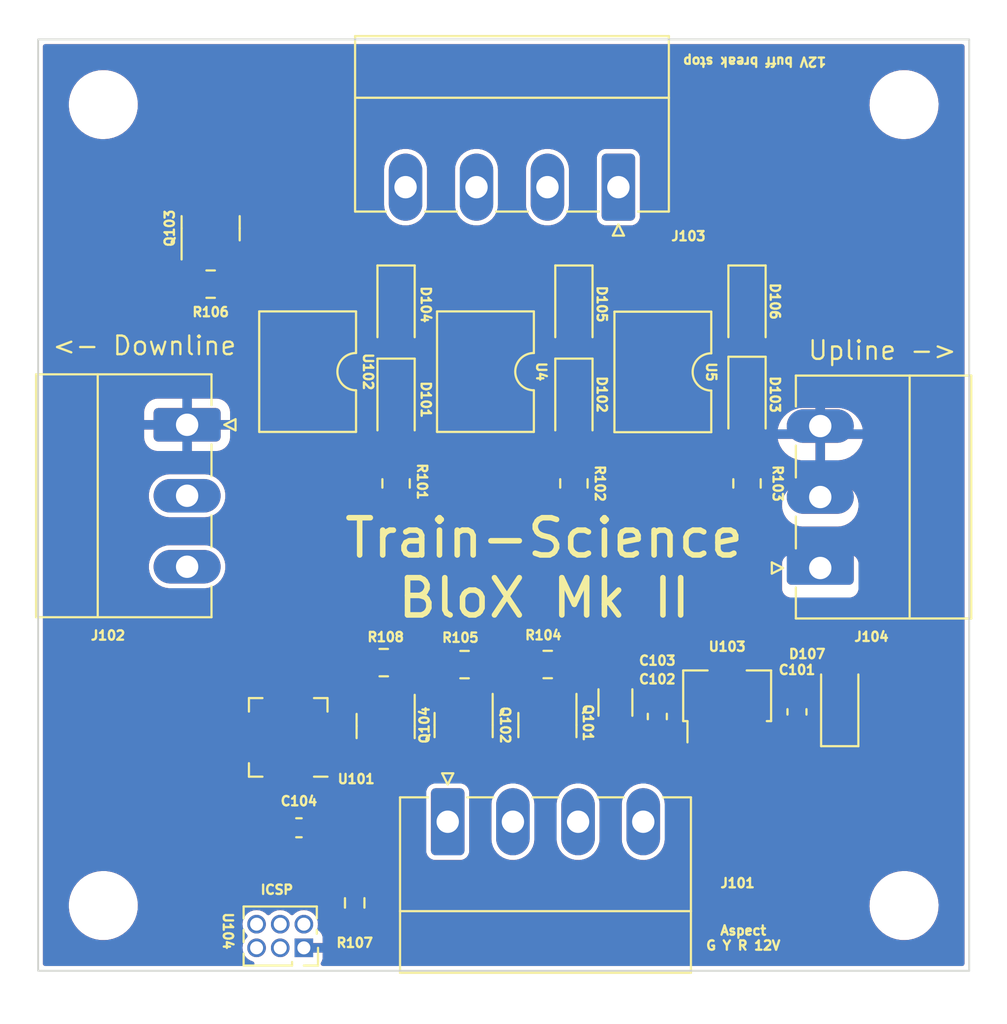
<source format=kicad_pcb>
(kicad_pcb (version 20211014) (generator pcbnew)
  (layers (0 "F.Cu" signal) (31 "B.Cu" signal) (34 "B.Paste" user) (35 "F.Paste" user) (36 "B.SilkS" user "B.Silkscreen") (37 "F.SilkS" user "F.Silkscreen") (38 "B.Mask" user) (39 "F.Mask" user) (44 "Edge.Cuts" user))
  (net 0 "")
  (net 1 "/stop")
  (net 2 "GND")
  (net 3 "/downline")
  (net 4 "/upline")
  (net 5 "/PWM")
  (net 6 "+5V")
  (net 7 "+12V")
  (net 8 "Net-(D101-Pad1)")
  (net 9 "/StopTrack")
  (net 10 "Net-(D102-Pad1)")
  (net 11 "/BreakTrack")
  (net 12 "Net-(D103-Pad1)")
  (net 13 "/BuffTrack")
  (net 14 "/red")
  (net 15 "/redAspect")
  (net 16 "/green")
  (net 17 "/greenAspect")
  (net 18 "Net-(R101-Pad2)")
  (net 19 "/break")
  (net 20 "/buff")
  (net 25 "/RESET")
  (net 26 "/MOSI")
  (net 27 "/MISO")
  (net 28 "/SCK")
  (net 29 "Net-(D104-Pad1)")
  (net 30 "Net-(R102-Pad2)")
  (net 31 "Net-(R103-Pad2)")
  (net 33 "/yellow")
  (net 34 "/yellowAspect")
  (footprint "Package_TO_SOT_SMD:SOT-23" (layer "F.Cu") (at 225.3488 111.8108 -90)
    (fp_text reference "Q101" (at -0.121 -2.179 -90 unlocked) (layer "F.SilkS") (effects (font (size 0.5 0.5))))
    (fp_text value "AO3400A")
    (fp_line (start 0 1.56) (end 0.65 1.56) (layer "F.SilkS") (width 0.12))
    (fp_line (start 0 1.56) (end -0.65 1.56) (layer "F.SilkS") (width 0.12))
    (fp_line (start 0 -1.56) (end 0.65 -1.56) (layer "F.SilkS") (width 0.12))
    (fp_line (start 0 -1.56) (end -1.675 -1.56) (layer "F.SilkS") (width 0.12))
    (pad "1" smd roundrect (at -0.9375 -0.95 270) (size 1.475 0.6) (layers "F.Cu" "F.Paste" "F.Mask") (net 14 "/red"))
    (pad "2" smd roundrect (at -0.9375 0.95 270) (size 1.475 0.6) (layers "F.Cu" "F.Paste" "F.Mask") (net 2 "GND"))
    (pad "3" smd roundrect (at 0.9375 0 270) (size 1.475 0.6) (layers "F.Cu" "F.Paste" "F.Mask") (net 15 "/redAspect"))
  )
  (footprint "Package_DFN_QFN:MLF-20-1EP_4x4mm_P0.5mm_EP2.6x2.6mm" (layer "F.Cu") (at 211.4296 112.4712 180)
    (fp_text reference "U101" (at -3.65 -2.2352 unlocked) (layer "F.SilkS") (effects (font (size 0.5 0.5))))
    (fp_text value "ATtiny2313A-M")
    (fp_line (start 2.11 -2.11) (end 2.11 -1.385) (layer "F.SilkS") (width 0.12))
    (fp_line (start -1.385 2.11) (end -2.11 2.11) (layer "F.SilkS") (width 0.12))
    (fp_line (start -2.11 2.11) (end -2.11 1.385) (layer "F.SilkS") (width 0.12))
    (fp_line (start 1.385 -2.11) (end 2.11 -2.11) (layer "F.SilkS") (width 0.12))
    (fp_line (start 1.385 2.11) (end 2.11 2.11) (layer "F.SilkS") (width 0.12))
    (fp_line (start 2.11 2.11) (end 2.11 1.385) (layer "F.SilkS") (width 0.12))
    (fp_line (start -1.385 -2.11) (end -2.11 -2.11) (layer "F.SilkS") (width 0.12))
    (pad "1" smd roundrect (at -1.925 -1 180) (size 0.85 0.25) (layers "F.Cu" "F.Paste" "F.Mask") (net 33 "/yellow"))
    (pad "2" smd roundrect (at -1.925 -0.5 180) (size 0.85 0.25) (layers "F.Cu" "F.Paste" "F.Mask"))
    (pad "3" smd roundrect (at -1.925 0 180) (size 0.85 0.25) (layers "F.Cu" "F.Paste" "F.Mask"))
    (pad "4" smd roundrect (at -1.925 0.5 180) (size 0.85 0.25) (layers "F.Cu" "F.Paste" "F.Mask"))
    (pad "5" smd roundrect (at -1.925 1 180) (size 0.85 0.25) (layers "F.Cu" "F.Paste" "F.Mask") (net 16 "/green"))
    (pad "6" smd roundrect (at -1 1.925 180) (size 0.25 0.85) (layers "F.Cu" "F.Paste" "F.Mask") (net 14 "/red"))
    (pad "7" smd roundrect (at -0.5 1.925 180) (size 0.25 0.85) (layers "F.Cu" "F.Paste" "F.Mask") (net 20 "/buff"))
    (pad "8" smd roundrect (at 0 1.925 180) (size 0.25 0.85) (layers "F.Cu" "F.Paste" "F.Mask") (net 2 "GND"))
    (pad "9" smd roundrect (at 0.5 1.925 180) (size 0.25 0.85) (layers "F.Cu" "F.Paste" "F.Mask") (net 19 "/break"))
    (pad "10" smd roundrect (at 1 1.925 180) (size 0.25 0.85) (layers "F.Cu" "F.Paste" "F.Mask") (net 1 "/stop"))
    (pad "11" smd roundrect (at 1.925 1 180) (size 0.85 0.25) (layers "F.Cu" "F.Paste" "F.Mask") (net 3 "/downline"))
    (pad "12" smd roundrect (at 1.925 0.5 180) (size 0.85 0.25) (layers "F.Cu" "F.Paste" "F.Mask"))
    (pad "13" smd roundrect (at 1.925 0 180) (size 0.85 0.25) (layers "F.Cu" "F.Paste" "F.Mask"))
    (pad "14" smd roundrect (at 1.925 -0.5 180) (size 0.85 0.25) (layers "F.Cu" "F.Paste" "F.Mask") (net 5 "/PWM"))
    (pad "15" smd roundrect (at 1.925 -1 180) (size 0.85 0.25) (layers "F.Cu" "F.Paste" "F.Mask") (net 26 "/MOSI"))
    (pad "16" smd roundrect (at 1 -1.925 180) (size 0.25 0.85) (layers "F.Cu" "F.Paste" "F.Mask") (net 27 "/MISO"))
    (pad "17" smd roundrect (at 0.5 -1.925 180) (size 0.25 0.85) (layers "F.Cu" "F.Paste" "F.Mask") (net 28 "/SCK"))
    (pad "18" smd roundrect (at 0 -1.925 180) (size 0.25 0.85) (layers "F.Cu" "F.Paste" "F.Mask") (net 6 "+5V"))
    (pad "19" smd roundrect (at -0.5 -1.925 180) (size 0.25 0.85) (layers "F.Cu" "F.Paste" "F.Mask") (net 25 "/RESET"))
    (pad "20" smd roundrect (at -1 -1.925 180) (size 0.25 0.85) (layers "F.Cu" "F.Paste" "F.Mask") (net 4 "/upline"))
    (pad "21" smd rect (at 0 0 180) (size 2.6 2.6) (layers "F.Cu" "F.Mask") (net 2 "GND"))
  )
  (footprint "Package_DIP:SMDIP-4_W9.53mm_Clearance8mm" (layer "F.Cu") (at 222.021 92.837 -90)
    (fp_text reference "U4" (at 0 -3 -90 unlocked) (layer "F.SilkS") (effects (font (size 0.5 0.5))))
    (fp_text value "SFH617A-3X017T")
    (fp_line (start -1 -2.6) (end -3.235 -2.6) (layer "F.SilkS") (width 0.12))
    (fp_line (start 3.235 2.6) (end 3.235 -2.6) (layer "F.SilkS") (width 0.12))
    (fp_line (start -3.235 2.6) (end 3.235 2.6) (layer "F.SilkS") (width 0.12))
    (fp_line (start -3.235 -2.6) (end -3.235 2.6) (layer "F.SilkS") (width 0.12))
    (fp_line (start 3.235 -2.6) (end 1 -2.6) (layer "F.SilkS") (width 0.12))
    (fp_arc (start 1 -2.6) (mid 0 -1.6) (end -1 -2.6) (layer "F.SilkS") (width 0.12))
    (pad "1" smd rect (at -4.765 -1.27 270) (size 1.5 1.78) (layers "F.Cu" "F.Paste" "F.Mask") (net 30 "Net-(R102-Pad2)"))
    (pad "2" smd rect (at -4.765 1.27 270) (size 1.5 1.78) (layers "F.Cu" "F.Paste" "F.Mask") (net 29 "Net-(D104-Pad1)"))
    (pad "3" smd rect (at 4.765 1.27 270) (size 1.5 1.78) (layers "F.Cu" "F.Paste" "F.Mask") (net 2 "GND"))
    (pad "4" smd rect (at 4.765 -1.27 270) (size 1.5 1.78) (layers "F.Cu" "F.Paste" "F.Mask") (net 19 "/break"))
  )
  (footprint "Resistor_SMD:R_0603_1608Metric_Pad0.98x0.95mm_HandSolder" (layer "F.Cu") (at 215 121.3575 -90)
    (fp_text reference "R107" (at 2.1425 0 unlocked) (layer "F.SilkS") (effects (font (size 0.5 0.5))))
    (fp_text value "10k")
    (fp_line (start -0.254724 0.5225) (end 0.254724 0.5225) (layer "F.SilkS") (width 0.12))
    (fp_line (start -0.254724 -0.5225) (end 0.254724 -0.5225) (layer "F.SilkS") (width 0.12))
    (pad "1" smd roundrect (at -0.9125 0 270) (size 0.975 0.95) (layers "F.Cu" "F.Paste" "F.Mask") (net 6 "+5V"))
    (pad "2" smd roundrect (at 0.9125 0 270) (size 0.975 0.95) (layers "F.Cu" "F.Paste" "F.Mask") (net 25 "/RESET"))
  )
  (footprint "Connector_Phoenix_MC:PhoenixContact_MC_1,5_3-G-3.81_1x03_P3.81mm_Horizontal" (layer "F.Cu") (at 206 95.69 -90)
    (fp_text reference "J102" (at 11.31 4.25 unlocked) (layer "F.SilkS") (effects (font (size 0.5 0.5))))
    (fp_text value "Conn_01x03_Male")
    (fp_line (start 10.33 -1.31) (end 8.67 -1.31) (layer "F.SilkS") (width 0.12))
    (fp_line (start -2.71 -1.31) (end -2.71 8.11) (layer "F.SilkS") (width 0.12))
    (fp_line (start -2.71 4.8) (end 10.33 4.8) (layer "F.SilkS") (width 0.12))
    (fp_line (start -2.71 -1.31) (end -1.05 -1.31) (layer "F.SilkS") (width 0.12))
    (fp_line (start 0 -2) (end -0.3 -2.6) (layer "F.SilkS") (width 0.12))
    (fp_line (start -2.71 8.11) (end 10.33 8.11) (layer "F.SilkS") (width 0.12))
    (fp_line (start 10.33 8.11) (end 10.33 -1.31) (layer "F.SilkS") (width 0.12))
    (fp_line (start 4.86 -1.31) (end 6.57 -1.31) (layer "F.SilkS") (width 0.12))
    (fp_line (start 1.05 -1.31) (end 2.76 -1.31) (layer "F.SilkS") (width 0.12))
    (fp_line (start 0.3 -2.6) (end 0 -2) (layer "F.SilkS") (width 0.12))
    (fp_line (start -0.3 -2.6) (end 0.3 -2.6) (layer "F.SilkS") (width 0.12))
    (pad "1" thru_hole roundrect (at 0 0 270) (size 1.8 3.6) (drill 1.2) (layers *.Cu *.Mask) (roundrect_rratio 0.138889) (net 2 "GND"))
    (pad "2" thru_hole oval (at 3.81 0 270) (size 1.8 3.6) (drill 1.2) (layers *.Cu *.Mask) (net 3 "/downline"))
    (pad "3" thru_hole oval (at 7.62 0 270) (size 1.8 3.6) (drill 1.2) (layers *.Cu *.Mask) (net 7 "+12V"))
  )
  (footprint "MountingHole:MountingHole_3.2mm_M3" (layer "F.Cu") (at 244.5 78.5)
    (fp_text reference "H104" hide)
    (fp_text value "MountingHole")
    (pad "" np_thru_hole circle (at 0 0) (size 3.2 3.2) (drill 3.2) (layers *.Cu *.Mask))
  )
  (footprint "Resistor_SMD:R_0805_2012Metric_Pad1.20x1.40mm_HandSolder" (layer "F.Cu") (at 225.3648 108.5596 180)
    (fp_text reference "R104" (at 0.234 1.574 unlocked) (layer "F.SilkS") (effects (font (size 0.5 0.5))))
    (fp_text value "22k")
    (fp_line (start -0.227064 -0.735) (end 0.227064 -0.735) (layer "F.SilkS") (width 0.12))
    (fp_line (start -0.227064 0.735) (end 0.227064 0.735) (layer "F.SilkS") (width 0.12))
    (pad "1" smd roundrect (at -1 0 180) (size 1.2 1.4) (layers "F.Cu" "F.Paste" "F.Mask") (roundrect_rratio 0.208333) (net 14 "/red"))
    (pad "2" smd roundrect (at 1 0 180) (size 1.2 1.4) (layers "F.Cu" "F.Paste" "F.Mask") (roundrect_rratio 0.208333) (net 2 "GND"))
  )
  (footprint "Resistor_SMD:R_0805_2012Metric_Pad1.20x1.40mm_HandSolder" (layer "F.Cu") (at 217.221 98.837 -90)
    (fp_text reference "R101" (at -0.1 -1.4 -90 unlocked) (layer "F.SilkS") (effects (font (size 0.5 0.5))))
    (fp_text value "47R")
    (fp_line (start -0.227064 0.735) (end 0.227064 0.735) (layer "F.SilkS") (width 0.12))
    (fp_line (start -0.227064 -0.735) (end 0.227064 -0.735) (layer "F.SilkS") (width 0.12))
    (pad "1" smd roundrect (at -1 0 270) (size 1.2 1.4) (layers "F.Cu" "F.Paste" "F.Mask") (roundrect_rratio 0.208333) (net 9 "/StopTrack"))
    (pad "2" smd roundrect (at 1 0 270) (size 1.2 1.4) (layers "F.Cu" "F.Paste" "F.Mask") (roundrect_rratio 0.208333) (net 18 "Net-(R101-Pad2)"))
  )
  (footprint "Capacitor_SMD:C_0603_1608Metric_Pad1.08x0.95mm_HandSolder" (layer "F.Cu") (at 212.0051 117.3232)
    (fp_text reference "C104" (at 0 -1.43 unlocked) (layer "F.SilkS") (effects (font (size 0.5 0.5))))
    (fp_text value "100nF")
    (fp_line (start -0.146267 0.51) (end 0.146267 0.51) (layer "F.SilkS") (width 0.12))
    (fp_line (start -0.146267 -0.51) (end 0.146267 -0.51) (layer "F.SilkS") (width 0.12))
    (pad "1" smd roundrect (at -0.8625 0) (size 1.075 0.95) (layers "F.Cu" "F.Paste" "F.Mask") (net 6 "+5V"))
    (pad "2" smd roundrect (at 0.8625 0) (size 1.075 0.95) (layers "F.Cu" "F.Paste" "F.Mask") (net 2 "GND"))
  )
  (footprint "Package_DIP:SMDIP-4_W9.53mm_Clearance8mm" (layer "F.Cu") (at 231.547 92.852 -90)
    (fp_text reference "U5" (at 0 -2.6 -90 unlocked) (layer "F.SilkS") (effects (font (size 0.5 0.5))))
    (fp_text value "SFH617A-3X017T")
    (fp_line (start -1 -2.6) (end -3.235 -2.6) (layer "F.SilkS") (width 0.12))
    (fp_line (start 3.235 2.6) (end 3.235 -2.6) (layer "F.SilkS") (width 0.12))
    (fp_line (start -3.235 2.6) (end 3.235 2.6) (layer "F.SilkS") (width 0.12))
    (fp_line (start -3.235 -2.6) (end -3.235 2.6) (layer "F.SilkS") (width 0.12))
    (fp_line (start 3.235 -2.6) (end 1 -2.6) (layer "F.SilkS") (width 0.12))
    (fp_arc (start 1 -2.6) (mid 0 -1.6) (end -1 -2.6) (layer "F.SilkS") (width 0.12))
    (pad "1" smd rect (at -4.765 -1.27 270) (size 1.5 1.78) (layers "F.Cu" "F.Paste" "F.Mask") (net 31 "Net-(R103-Pad2)"))
    (pad "2" smd rect (at -4.765 1.27 270) (size 1.5 1.78) (layers "F.Cu" "F.Paste" "F.Mask") (net 29 "Net-(D104-Pad1)"))
    (pad "3" smd rect (at 4.765 1.27 270) (size 1.5 1.78) (layers "F.Cu" "F.Paste" "F.Mask") (net 2 "GND"))
    (pad "4" smd rect (at 4.765 -1.27 270) (size 1.5 1.78) (layers "F.Cu" "F.Paste" "F.Mask") (net 20 "/buff"))
  )
  (footprint "Package_TO_SOT_SMD:SOT-23" (layer "F.Cu") (at 207.264 85.138 90)
    (fp_text reference "Q103" (at 0 -2.2 90 unlocked) (layer "F.SilkS") (effects (font (size 0.5 0.5))))
    (fp_text value "AO3400A")
    (fp_line (start 0 -1.56) (end -1.675 -1.56) (layer "F.SilkS") (width 0.12))
    (fp_line (start 0 -1.56) (end 0.65 -1.56) (layer "F.SilkS") (width 0.12))
    (fp_line (start 0 1.56) (end -0.65 1.56) (layer "F.SilkS") (width 0.12))
    (fp_line (start 0 1.56) (end 0.65 1.56) (layer "F.SilkS") (width 0.12))
    (pad "1" smd roundrect (at -0.9375 -0.95 90) (size 1.475 0.6) (layers "F.Cu" "F.Paste" "F.Mask") (net 5 "/PWM"))
    (pad "2" smd roundrect (at -0.9375 0.95 90) (size 1.475 0.6) (layers "F.Cu" "F.Paste" "F.Mask") (net 2 "GND"))
    (pad "3" smd roundrect (at 0.9375 0 90) (size 1.475 0.6) (layers "F.Cu" "F.Paste" "F.Mask") (net 29 "Net-(D104-Pad1)"))
  )
  (footprint "Package_TO_SOT_SMD:SOT-89-3" (layer "F.Cu") (at 235 110.5375 90)
    (fp_text reference "U103" (at 2.9375 0 unlocked) (layer "F.SilkS") (effects (font (size 0.5 0.5))))
    (fp_text value "L78L05_SOT89")
    (fp_line (start -2.2 -2.13) (end -1.06 -2.13) (layer "F.SilkS") (width 0.12))
    (fp_line (start 1.66 -2.36) (end 1.66 -1.05) (layer "F.SilkS") (width 0.12))
    (fp_line (start -1.06 -2.36) (end 1.66 -2.36) (layer "F.SilkS") (width 0.12))
    (fp_line (start 1.66 2.36) (end -1.06 2.36) (layer "F.SilkS") (width 0.12))
    (fp_line (start -1.06 2.36) (end -1.06 2.13) (layer "F.SilkS") (width 0.12))
    (fp_line (start 1.66 1.05) (end 1.66 2.36) (layer "F.SilkS") (width 0.12))
    (fp_line (start -1.06 -2.36) (end -1.06 -2.13) (layer "F.SilkS") (width 0.12))
    (pad "1" smd rect (at -1.65 -1.5 90) (size 1.3 0.9) (layers "F.Cu" "F.Paste" "F.Mask") (net 6 "+5V"))
    (pad "2" smd custom (at -1.5625 0 90) (size 1.475 0.9) (layers "F.Cu" "F.Paste" "F.Mask") (net 2 "GND") (options (clearance outline) (anchor rect)) (primitives (gr_poly (pts (xy 3.8625 0.8665) (xy 0.7375 0.8665) (xy 0.7375 -0.8665) (xy 3.8625 -0.8665)) (width 0) (fill yes))))
    (pad "3" smd rect (at -1.65 1.5 90) (size 1.3 0.9) (layers "F.Cu" "F.Paste" "F.Mask") (net 7 "+12V"))
  )
  (footprint "MountingHole:MountingHole_3.2mm_M3" (layer "F.Cu") (at 201.5 121.5)
    (fp_text reference "H101" hide)
    (fp_text value "MountingHole")
    (pad "" np_thru_hole circle (at 0 0) (size 3.2 3.2) (drill 3.2) (layers *.Cu *.Mask))
  )
  (footprint "Capacitor_SMD:C_1206_3216Metric_Pad1.33x1.80mm_HandSolder" (layer "F.Cu") (at 229 110.6 90)
    (fp_text reference "C103" (at 2.25 2.25 unlocked) (layer "F.SilkS") (effects (font (size 0.5 0.5))))
    (fp_text value "100uF")
    (fp_line (start -0.711252 -0.91) (end 0.711252 -0.91) (layer "F.SilkS") (width 0.12))
    (fp_line (start -0.711252 0.91) (end 0.711252 0.91) (layer "F.SilkS") (width 0.12))
    (pad "1" smd roundrect (at -1.5625 0 90) (size 1.325 1.8) (layers "F.Cu" "F.Paste" "F.Mask") (roundrect_rratio 0.188679) (net 6 "+5V"))
    (pad "2" smd roundrect (at 1.5625 0 90) (size 1.325 1.8) (layers "F.Cu" "F.Paste" "F.Mask") (roundrect_rratio 0.188679) (net 2 "GND"))
  )
  (footprint "Capacitor_SMD:C_0603_1608Metric_Pad1.08x0.95mm_HandSolder" (layer "F.Cu") (at 238.75 111.1 90)
    (fp_text reference "C101" (at 2.25 0 unlocked) (layer "F.SilkS") (effects (font (size 0.5 0.5))))
    (fp_text value "330nF")
    (fp_line (start -0.146267 -0.51) (end 0.146267 -0.51) (layer "F.SilkS") (width 0.12))
    (fp_line (start -0.146267 0.51) (end 0.146267 0.51) (layer "F.SilkS") (width 0.12))
    (pad "1" smd roundrect (at -0.8625 0 90) (size 1.075 0.95) (layers "F.Cu" "F.Paste" "F.Mask") (net 7 "+12V"))
    (pad "2" smd roundrect (at 0.8625 0 90) (size 1.075 0.95) (layers "F.Cu" "F.Paste" "F.Mask") (net 2 "GND"))
  )
  (footprint "Diode_SMD:D_SOD-123F" (layer "F.Cu") (at 226.771 89.337 -90)
    (fp_text reference "D105" (at -0.127 -1.5 -90 unlocked) (layer "F.SilkS") (effects (font (size 0.5 0.5))))
    (fp_text value "SM4007")
    (fp_line (start -2.2 -1) (end -2.2 1) (layer "F.SilkS") (width 0.12))
    (fp_line (start -2.2 -1) (end 1.65 -1) (layer "F.SilkS") (width 0.12))
    (fp_line (start -2.2 1) (end 1.65 1) (layer "F.SilkS") (width 0.12))
    (pad "1" smd rect (at -1.4 0 270) (size 1.1 1.1) (layers "F.Cu" "F.Paste" "F.Mask") (net 29 "Net-(D104-Pad1)"))
    (pad "2" smd rect (at 1.4 0 270) (size 1.1 1.1) (layers "F.Cu" "F.Paste" "F.Mask") (net 10 "Net-(D102-Pad1)"))
  )
  (footprint "MountingHole:MountingHole_3.2mm_M3" (layer "F.Cu") (at 244.5 121.5)
    (fp_text reference "H102" hide)
    (fp_text value "MountingHole")
    (pad "" np_thru_hole circle (at 0 0) (size 3.2 3.2) (drill 3.2) (layers *.Cu *.Mask))
  )
  (footprint "Diode_SMD:D_SOD-123F" (layer "F.Cu") (at 217.221 89.337 -90)
    (fp_text reference "D104" (at -0.1 -1.6 -90 unlocked) (layer "F.SilkS") (effects (font (size 0.5 0.5))))
    (fp_text value "SM4007")
    (fp_line (start -2.2 -1) (end 1.65 -1) (layer "F.SilkS") (width 0.12))
    (fp_line (start -2.2 -1) (end -2.2 1) (layer "F.SilkS") (width 0.12))
    (fp_line (start -2.2 1) (end 1.65 1) (layer "F.SilkS") (width 0.12))
    (pad "1" smd rect (at -1.4 0 270) (size 1.1 1.1) (layers "F.Cu" "F.Paste" "F.Mask") (net 29 "Net-(D104-Pad1)"))
    (pad "2" smd rect (at 1.4 0 270) (size 1.1 1.1) (layers "F.Cu" "F.Paste" "F.Mask") (net 8 "Net-(D101-Pad1)"))
  )
  (footprint "Capacitor_SMD:C_0603_1608Metric_Pad1.08x0.95mm_HandSolder" (layer "F.Cu") (at 231.25 111.35 90)
    (fp_text reference "C102" (at 2 0 unlocked) (layer "F.SilkS") (effects (font (size 0.5 0.5))))
    (fp_text value "100nF")
    (fp_line (start -0.146267 -0.51) (end 0.146267 -0.51) (layer "F.SilkS") (width 0.12))
    (fp_line (start -0.146267 0.51) (end 0.146267 0.51) (layer "F.SilkS") (width 0.12))
    (pad "1" smd roundrect (at -0.8625 0 90) (size 1.075 0.95) (layers "F.Cu" "F.Paste" "F.Mask") (net 6 "+5V"))
    (pad "2" smd roundrect (at 0.8625 0 90) (size 1.075 0.95) (layers "F.Cu" "F.Paste" "F.Mask") (net 2 "GND"))
  )
  (footprint "Package_TO_SOT_SMD:SOT-23" (layer "F.Cu") (at 216.662 111.8616 -90)
    (fp_text reference "Q104" (at -0.0508 -2.0828 90 unlocked) (layer "F.SilkS") (effects (font (size 0.5 0.5))))
    (fp_text value "AO3400A")
    (fp_line (start 0 -1.56) (end 0.65 -1.56) (layer "F.SilkS") (width 0.12))
    (fp_line (start 0 1.56) (end -0.65 1.56) (layer "F.SilkS") (width 0.12))
    (fp_line (start 0 1.56) (end 0.65 1.56) (layer "F.SilkS") (width 0.12))
    (fp_line (start 0 -1.56) (end -1.675 -1.56) (layer "F.SilkS") (width 0.12))
    (pad "1" smd roundrect (at -0.9375 -0.95 270) (size 1.475 0.6) (layers "F.Cu" "F.Paste" "F.Mask") (net 16 "/green"))
    (pad "2" smd roundrect (at -0.9375 0.95 270) (size 1.475 0.6) (layers "F.Cu" "F.Paste" "F.Mask") (net 2 "GND"))
    (pad "3" smd roundrect (at 0.9375 0 270) (size 1.475 0.6) (layers "F.Cu" "F.Paste" "F.Mask") (net 17 "/greenAspect"))
  )
  (footprint "Resistor_SMD:R_0805_2012Metric_Pad1.20x1.40mm_HandSolder" (layer "F.Cu") (at 207.264 88.138)
    (fp_text reference "R106" (at 0 1.5 unlocked) (layer "F.SilkS") (effects (font (size 0.5 0.5))))
    (fp_text value "22k")
    (fp_line (start -0.227064 0.735) (end 0.227064 0.735) (layer "F.SilkS") (width 0.12))
    (fp_line (start -0.227064 -0.735) (end 0.227064 -0.735) (layer "F.SilkS") (width 0.12))
    (pad "1" smd roundrect (at -1 0) (size 1.2 1.4) (layers "F.Cu" "F.Paste" "F.Mask") (roundrect_rratio 0.208333) (net 5 "/PWM"))
    (pad "2" smd roundrect (at 1 0) (size 1.2 1.4) (layers "F.Cu" "F.Paste" "F.Mask") (roundrect_rratio 0.208333) (net 2 "GND"))
  )
  (footprint "Diode_SMD:D_SOD-123F" (layer "F.Cu") (at 236.067 89.337 -90)
    (fp_text reference "D106" (at -0.275 -1.5 -90 unlocked) (layer "F.SilkS") (effects (font (size 0.5 0.5))))
    (fp_text value "SM4007")
    (fp_line (start -2.2 1) (end 1.65 1) (layer "F.SilkS") (width 0.12))
    (fp_line (start -2.2 -1) (end 1.65 -1) (layer "F.SilkS") (width 0.12))
    (fp_line (start -2.2 -1) (end -2.2 1) (layer "F.SilkS") (width 0.12))
    (pad "1" smd rect (at -1.4 0 270) (size 1.1 1.1) (layers "F.Cu" "F.Paste" "F.Mask") (net 29 "Net-(D104-Pad1)"))
    (pad "2" smd rect (at 1.4 0 270) (size 1.1 1.1) (layers "F.Cu" "F.Paste" "F.Mask") (net 12 "Net-(D103-Pad1)"))
  )
  (footprint "Connector_Phoenix_MC:PhoenixContact_MC_1,5_4-G-3.81_1x04_P3.81mm_Horizontal" (layer "F.Cu") (at 229.16 82.9325 180)
    (fp_text reference "J103" (at -3.761 -2.631 unlocked) (layer "F.SilkS") (effects (font (size 0.5 0.5))))
    (fp_text value "Conn_01x04_Male")
    (fp_line (start 14.14 8.11) (end 14.14 -1.31) (layer "F.SilkS") (width 0.12))
    (fp_line (start -2.71 -1.31) (end -1.05 -1.31) (layer "F.SilkS") (width 0.12))
    (fp_line (start -2.71 8.11) (end 14.14 8.11) (layer "F.SilkS") (width 0.12))
    (fp_line (start 14.14 -1.31) (end 12.48 -1.31) (layer "F.SilkS") (width 0.12))
    (fp_line (start 0 -2) (end -0.3 -2.6) (layer "F.SilkS") (width 0.12))
    (fp_line (start -2.71 -1.31) (end -2.71 8.11) (layer "F.SilkS") (width 0.12))
    (fp_line (start 0.3 -2.6) (end 0 -2) (layer "F.SilkS") (width 0.12))
    (fp_line (start -2.71 4.8) (end 14.14 4.8) (layer "F.SilkS") (width 0.12))
    (fp_line (start -0.3 -2.6) (end 0.3 -2.6) (layer "F.SilkS") (width 0.12))
    (fp_line (start 8.67 -1.31) (end 10.38 -1.31) (layer "F.SilkS") (width 0.12))
    (fp_line (start 1.05 -1.31) (end 2.76 -1.31) (layer "F.SilkS") (width 0.12))
    (fp_line (start 4.86 -1.31) (end 6.57 -1.31) (layer "F.SilkS") (width 0.12))
    (pad "1" thru_hole roundrect (at 0 0 180) (size 1.8 3.6) (drill 1.2) (layers *.Cu *.Mask) (roundrect_rratio 0.138889) (net 7 "+12V"))
    (pad "2" thru_hole oval (at 3.81 0 180) (size 1.8 3.6) (drill 1.2) (layers *.Cu *.Mask) (net 13 "/BuffTrack"))
    (pad "3" thru_hole oval (at 7.62 0 180) (size 1.8 3.6) (drill 1.2) (layers *.Cu *.Mask) (net 11 "/BreakTrack"))
    (pad "4" thru_hole oval (at 11.43 0 180) (size 1.8 3.6) (drill 1.2) (layers *.Cu *.Mask) (net 9 "/StopTrack"))
  )
  (footprint "Connector_PinSocket_1.27mm:PinSocket_2x03_P1.27mm_Vertical" (layer "F.Cu") (at 212.27 123.77 -90)
    (fp_text reference "U104" (at -0.9 4.075 -90 unlocked) (layer "F.SilkS") (effects (font (size 0.5 0.5))))
    (fp_text value "HEADER_3x2")
    (fp_line (start 0.95 0.635) (end 0.95 3.235) (layer "F.SilkS") (width 0.12))
    (fp_line (start -2.22 3.235) (end -1.57753 3.235) (layer "F.SilkS") (width 0.12))
    (fp_line (start -2.22 -0.695) (end -1.57753 -0.695) (layer "F.SilkS") (width 0.12))
    (fp_line (start -2.22 -0.695) (end -2.22 3.235) (layer "F.SilkS") (width 0.12))
    (fp_line (start -0.96247 3.235) (end -0.30753 3.235) (layer "F.SilkS") (width 0.12))
    (fp_line (start 0.76 0.635) (end 0.95 0.635) (layer "F.SilkS") (width 0.12))
    (fp_line (start -0.96247 -0.695) (end -0.76 -0.695) (layer "F.SilkS") (width 0.12))
    (fp_line (start 0.30753 3.235) (end 0.95 3.235) (layer "F.SilkS") (width 0.12))
    (fp_line (start 0.95 -0.76) (end 0.95 0) (layer "F.SilkS") (width 0.12))
    (fp_line (start 0 -0.76) (end 0.95 -0.76) (layer "F.SilkS") (width 0.12))
    (pad "1" thru_hole rect (at 0 0 270) (size 1 1) (drill 0.7) (layers *.Cu *.Mask) (net 2 "GND"))
    (pad "2" thru_hole oval (at -1.27 0 270) (size 1 1) (drill 0.7) (layers *.Cu *.Mask) (net 25 "/RESET"))
    (pad "3" thru_hole oval (at 0 1.27 270) (size 1 1) (drill 0.7) (layers *.Cu *.Mask) (net 26 "/MOSI"))
    (pad "4" thru_hole oval (at -1.27 1.27 270) (size 1 1) (drill 0.7) (layers *.Cu *.Mask) (net 28 "/SCK"))
    (pad "5" thru_hole oval (at 0 2.54 270) (size 1 1) (drill 0.7) (layers *.Cu *.Mask) (net 6 "+5V"))
    (pad "6" thru_hole oval (at -1.27 2.54 270) (size 1 1) (drill 0.7) (layers *.Cu *.Mask) (net 27 "/MISO"))
  )
  (footprint "Diode_SMD:D_SOD-123F" (layer "F.Cu") (at 217.221 94.337 -90)
    (fp_text reference "D101" (at 0 -1.6 -90 unlocked) (layer "F.SilkS") (effects (font (size 0.5 0.5))))
    (fp_text value "SM4007")
    (fp_line (start -2.2 -1) (end -2.2 1) (layer "F.SilkS") (width 0.12))
    (fp_line (start -2.2 -1) (end 1.65 -1) (layer "F.SilkS") (width 0.12))
    (fp_line (start -2.2 1) (end 1.65 1) (layer "F.SilkS") (width 0.12))
    (pad "1" smd rect (at -1.4 0 270) (size 1.1 1.1) (layers "F.Cu" "F.Paste" "F.Mask") (net 8 "Net-(D101-Pad1)"))
    (pad "2" smd rect (at 1.4 0 270) (size 1.1 1.1) (layers "F.Cu" "F.Paste" "F.Mask") (net 9 "/StopTrack"))
  )
  (footprint "Diode_SMD:D_SOD-123F" (layer "F.Cu") (at 226.771 94.337 -90)
    (fp_text reference "D102" (at -0.275 -1.5 -90 unlocked) (layer "F.SilkS") (effects (font (size 0.5 0.5))))
    (fp_text value "SM4007")
    (fp_line (start -2.2 -1) (end 1.65 -1) (layer "F.SilkS") (width 0.12))
    (fp_line (start -2.2 -1) (end -2.2 1) (layer "F.SilkS") (width 0.12))
    (fp_line (start -2.2 1) (end 1.65 1) (layer "F.SilkS") (width 0.12))
    (pad "1" smd rect (at -1.4 0 270) (size 1.1 1.1) (layers "F.Cu" "F.Paste" "F.Mask") (net 10 "Net-(D102-Pad1)"))
    (pad "2" smd rect (at 1.4 0 270) (size 1.1 1.1) (layers "F.Cu" "F.Paste" "F.Mask") (net 11 "/BreakTrack"))
  )
  (footprint "Resistor_SMD:R_0805_2012Metric_Pad1.20x1.40mm_HandSolder" (layer "F.Cu") (at 226.771 98.837 -90)
    (fp_text reference "R102" (at 0 -1.4 -90 unlocked) (layer "F.SilkS") (effects (font (size 0.5 0.5))))
    (fp_text value "47R")
    (fp_line (start -0.227064 0.735) (end 0.227064 0.735) (layer "F.SilkS") (width 0.12))
    (fp_line (start -0.227064 -0.735) (end 0.227064 -0.735) (layer "F.SilkS") (width 0.12))
    (pad "1" smd roundrect (at -1 0 270) (size 1.2 1.4) (layers "F.Cu" "F.Paste" "F.Mask") (roundrect_rratio 0.208333) (net 11 "/BreakTrack"))
    (pad "2" smd roundrect (at 1 0 270) (size 1.2 1.4) (layers "F.Cu" "F.Paste" "F.Mask") (roundrect_rratio 0.208333) (net 30 "Net-(R102-Pad2)"))
  )
  (footprint "Package_DIP:SMDIP-4_W9.53mm_Clearance8mm" (layer "F.Cu") (at 212.471 92.837 -90)
    (fp_text reference "U102" (at 0 -3.25 -90 unlocked) (layer "F.SilkS") (effects (font (size 0.5 0.5))))
    (fp_text value "SFH617A-3X017T")
    (fp_line (start -1 -2.6) (end -3.235 -2.6) (layer "F.SilkS") (width 0.12))
    (fp_line (start 3.235 -2.6) (end 1 -2.6) (layer "F.SilkS") (width 0.12))
    (fp_line (start -3.235 2.6) (end 3.235 2.6) (layer "F.SilkS") (width 0.12))
    (fp_line (start 3.235 2.6) (end 3.235 -2.6) (layer "F.SilkS") (width 0.12))
    (fp_line (start -3.235 -2.6) (end -3.235 2.6) (layer "F.SilkS") (width 0.12))
    (fp_arc (start 1 -2.6) (mid 0 -1.6) (end -1 -2.6) (layer "F.SilkS") (width 0.12))
    (pad "1" smd rect (at -4.765 -1.27 270) (size 1.5 1.78) (layers "F.Cu" "F.Paste" "F.Mask") (net 18 "Net-(R101-Pad2)"))
    (pad "2" smd rect (at -4.765 1.27 270) (size 1.5 1.78) (layers "F.Cu" "F.Paste" "F.Mask") (net 29 "Net-(D104-Pad1)"))
    (pad "3" smd rect (at 4.765 1.27 270) (size 1.5 1.78) (layers "F.Cu" "F.Paste" "F.Mask") (net 2 "GND"))
    (pad "4" smd rect (at 4.765 -1.27 270) (size 1.5 1.78) (layers "F.Cu" "F.Paste" "F.Mask") (net 1 "/stop"))
  )
  (footprint "Connector_Phoenix_MC:PhoenixContact_MC_1,5_4-G-3.5_1x04_P3.50mm_Horizontal" (layer "F.Cu") (at 219.995 117)
    (fp_text reference "J101" (at 15.5646 3.2944 unlocked) (layer "F.SilkS") (effects (font (size 0.5 0.5))))
    (fp_text value "Conn_01x04_Male")
    (fp_line (start -2.56 4.8) (end 13.06 4.8) (layer "F.SilkS") (width 0.12))
    (fp_line (start -2.56 8.11) (end 13.06 8.11) (layer "F.SilkS") (width 0.12))
    (fp_line (start 4.55 -1.31) (end 5.95 -1.31) (layer "F.SilkS") (width 0.12))
    (fp_line (start 8.05 -1.31) (end 9.45 -1.31) (layer "F.SilkS") (width 0.12))
    (fp_line (start -0.3 -2.6) (end 0.3 -2.6) (layer "F.SilkS") (width 0.12))
    (fp_line (start 13.06 -1.31) (end 11.55 -1.31) (layer "F.SilkS") (width 0.12))
    (fp_line (start -2.56 -1.31) (end -1.05 -1.31) (layer "F.SilkS") (width 0.12))
    (fp_line (start 1.05 -1.31) (end 2.45 -1.31) (layer "F.SilkS") (width 0.12))
    (fp_line (start 0 -2) (end -0.3 -2.6) (layer "F.SilkS") (width 0.12))
    (fp_line (start 0.3 -2.6) (end 0 -2) (layer "F.SilkS") (width 0.12))
    (fp_line (start 13.06 8.11) (end 13.06 -1.31) (layer "F.SilkS") (width 0.12))
    (fp_line (start -2.56 -1.31) (end -2.56 8.11) (layer "F.SilkS") (width 0.12))
    (pad "1" thru_hole roundrect (at 0 0) (size 1.8 3.6) (drill 1.2) (layers *.Cu *.Mask) (roundrect_rratio 0.138889) (net 17 "/greenAspect"))
    (pad "2" thru_hole oval (at 3.5 0) (size 1.8 3.6) (drill 1.2) (layers *.Cu *.Mask) (net 34 "/yellowAspect"))
    (pad "3" thru_hole oval (at 7 0) (size 1.8 3.6) (drill 1.2) (layers *.Cu *.Mask) (net 15 "/redAspect"))
    (pad "4" thru_hole oval (at 10.5 0) (size 1.8 3.6) (drill 1.2) (layers *.Cu *.Mask) (net 7 "+12V"))
  )
  (footprint "Resistor_SMD:R_0805_2012Metric_Pad1.20x1.40mm_HandSolder" (layer "F.Cu") (at 216.5604 108.458 180)
    (fp_text reference "R108" (at -0.1016 1.3716 unlocked) (layer "F.SilkS") (effects (font (size 0.5 0.5))))
    (fp_text value "22k")
    (fp_line (start -0.227064 -0.735) (end 0.227064 -0.735) (layer "F.SilkS") (width 0.12))
    (fp_line (start -0.227064 0.735) (end 0.227064 0.735) (layer "F.SilkS") (width 0.12))
    (pad "1" smd roundrect (at -1 0 180) (size 1.2 1.4) (layers "F.Cu" "F.Paste" "F.Mask") (roundrect_rratio 0.208333) (net 16 "/green"))
    (pad "2" smd roundrect (at 1 0 180) (size 1.2 1.4) (layers "F.Cu" "F.Paste" "F.Mask") (roundrect_rratio 0.208333) (net 2 "GND"))
  )
  (footprint "Diode_SMD:D_SOD-123F" (layer "F.Cu") (at 241.046 110.744 90)
    (fp_text reference "D107" (at 2.75 -1.75 unlocked) (layer "F.SilkS") (effects (font (size 0.5 0.5))))
    (fp_text value "SM4007")
    (fp_line (start -2.2 1) (end 1.65 1) (layer "F.SilkS") (width 0.12))
    (fp_line (start -2.2 -1) (end -2.2 1) (layer "F.SilkS") (width 0.12))
    (fp_line (start -2.2 -1) (end 1.65 -1) (layer "F.SilkS") (width 0.12))
    (pad "1" smd rect (at -1.4 0 90) (size 1.1 1.1) (layers "F.Cu" "F.Paste" "F.Mask") (net 7 "+12V"))
    (pad "2" smd rect (at 1.4 0 90) (size 1.1 1.1) (layers "F.Cu" "F.Paste" "F.Mask") (net 2 "GND"))
  )
  (footprint "Diode_SMD:D_SOD-123F" (layer "F.Cu") (at 236.067 94.237 -90)
    (fp_text reference "D103" (at -0.175 -1.5 -90 unlocked) (layer "F.SilkS") (effects (font (size 0.5 0.5))))
    (fp_text value "SM4007")
    (fp_line (start -2.2 -1) (end 1.65 -1) (layer "F.SilkS") (width 0.12))
    (fp_line (start -2.2 1) (end 1.65 1) (layer "F.SilkS") (width 0.12))
    (fp_line (start -2.2 -1) (end -2.2 1) (layer "F.SilkS") (width 0.12))
    (pad "1" smd rect (at -1.4 0 270) (size 1.1 1.1) (layers "F.Cu" "F.Paste" "F.Mask") (net 12 "Net-(D103-Pad1)"))
    (pad "2" smd rect (at 1.4 0 270) (size 1.1 1.1) (layers "F.Cu" "F.Paste" "F.Mask") (net 13 "/BuffTrack"))
  )
  (footprint "MountingHole:MountingHole_3.2mm_M3" (layer "F.Cu") (at 201.5 78.5)
    (fp_text reference "H103" hide)
    (fp_text value "MountingHole")
    (pad "" np_thru_hole circle (at 0 0) (size 3.2 3.2) (drill 3.2) (layers *.Cu *.Mask))
  )
  (footprint "Connector_Phoenix_MC:PhoenixContact_MC_1,5_3-G-3.81_1x03_P3.81mm_Horizontal" (layer "F.Cu") (at 240 103.378 90)
    (fp_text reference "J104" (at -3.69 2.75 unlocked) (layer "F.SilkS") (effects (font (size 0.5 0.5))))
    (fp_text value "Conn_01x03_Male")
    (fp_line (start -2.71 8.11) (end 10.33 8.11) (layer "F.SilkS") (width 0.12))
    (fp_line (start 0.3 -2.6) (end 0 -2) (layer "F.SilkS") (width 0.12))
    (fp_line (start 10.33 -1.31) (end 8.67 -1.31) (layer "F.SilkS") (width 0.12))
    (fp_line (start -2.71 -1.31) (end -1.05 -1.31) (layer "F.SilkS") (width 0.12))
    (fp_line (start -2.71 -1.31) (end -2.71 8.11) (layer "F.SilkS") (width 0.12))
    (fp_line (start 10.33 8.11) (end 10.33 -1.31) (layer "F.SilkS") (width 0.12))
    (fp_line (start 0 -2) (end -0.3 -2.6) (layer "F.SilkS") (width 0.12))
    (fp_line (start -2.71 4.8) (end 10.33 4.8) (layer "F.SilkS") (width 0.12))
    (fp_line (start -0.3 -2.6) (end 0.3 -2.6) (layer "F.SilkS") (width 0.12))
    (fp_line (start 4.86 -1.31) (end 6.57 -1.31) (layer "F.SilkS") (width 0.12))
    (fp_line (start 1.05 -1.31) (end 2.76 -1.31) (layer "F.SilkS") (width 0.12))
    (pad "1" thru_hole roundrect (at 0 0 90) (size 1.8 3.6) (drill 1.2) (layers *.Cu *.Mask) (roundrect_rratio 0.138889) (net 7 "+12V"))
    (pad "2" thru_hole oval (at 3.81 0 90) (size 1.8 3.6) (drill 1.2) (layers *.Cu *.Mask) (net 4 "/upline"))
    (pad "3" thru_hole oval (at 7.62 0 90) (size 1.8 3.6) (drill 1.2) (layers *.Cu *.Mask) (net 2 "GND"))
  )
  (footprint "Resistor_SMD:R_0805_2012Metric_Pad1.20x1.40mm_HandSolder" (layer "F.Cu") (at 236.067 98.837 -90)
    (fp_text reference "R103" (at 0 -1.65 -90 unlocked) (layer "F.SilkS") (effects (font (size 0.5 0.5))))
    (fp_text value "47R")
    (fp_line (start -0.227064 0.735) (end 0.227064 0.735) (layer "F.SilkS") (width 0.12))
    (fp_line (start -0.227064 -0.735) (end 0.227064 -0.735) (layer "F.SilkS") (width 0.12))
    (pad "1" smd roundrect (at -1 0 270) (size 1.2 1.4) (layers "F.Cu" "F.Paste" "F.Mask") (roundrect_rratio 0.208333) (net 13 "/BuffTrack"))
    (pad "2" smd roundrect (at 1 0 270) (size 1.2 1.4) (layers "F.Cu" "F.Paste" "F.Mask") (roundrect_rratio 0.208333) (net 31 "Net-(R103-Pad2)"))
  )
  (footprint "Package_TO_SOT_SMD:SOT-23" (layer "F.Cu") (at 220.8488 111.8108 -90)
    (fp_text reference "Q102" (at 0 -2.234 -90 unlocked) (layer "F.SilkS") (effects (font (size 0.5 0.5))))
    (fp_text value "AO3400A")
    (fp_line (start 0 -1.56) (end 0.65 -1.56) (layer "F.SilkS") (width 0.12))
    (fp_line (start 0 1.56) (end 0.65 1.56) (layer "F.SilkS") (width 0.12))
    (fp_line (start 0 1.56) (end -0.65 1.56) (layer "F.SilkS") (width 0.12))
    (fp_line (start 0 -1.56) (end -1.675 -1.56) (layer "F.SilkS") (width 0.12))
    (pad "1" smd roundrect (at -0.9375 -0.95 270) (size 1.475 0.6) (layers "F.Cu" "F.Paste" "F.Mask") (net 33 "/yellow"))
    (pad "2" smd roundrect (at -0.9375 0.95 270) (size 1.475 0.6) (layers "F.Cu" "F.Paste" "F.Mask") (net 2 "GND"))
    (pad "3" smd roundrect (at 0.9375 0 270) (size 1.475 0.6) (layers "F.Cu" "F.Paste" "F.Mask") (net 34 "/yellowAspect"))
  )
  (footprint "Resistor_SMD:R_0805_2012Metric_Pad1.20x1.40mm_HandSolder" (layer "F.Cu") (at 220.8996 108.5648 180)
    (fp_text reference "R105" (at 0.227064 1.447 unlocked) (layer "F.SilkS") (effects (font (size 0.5 0.5))))
    (fp_text value "22k")
    (fp_line (start -0.227064 0.735) (end 0.227064 0.735) (layer "F.SilkS") (width 0.12))
    (fp_line (start -0.227064 -0.735) (end 0.227064 -0.735) (layer "F.SilkS") (width 0.12))
    (pad "1" smd roundrect (at -1 0 180) (size 1.2 1.4) (layers "F.Cu" "F.Paste" "F.Mask") (roundrect_rratio 0.208333) (net 33 "/yellow"))
    (pad "2" smd roundrect (at 1 0 180) (size 1.2 1.4) (layers "F.Cu" "F.Paste" "F.Mask") (roundrect_rratio 0.208333) (net 2 "GND"))
  )
  (gr_rect (start 198 75) (end 248 125) (layer "Edge.Cuts") (width 0.1) (fill none))
  (gr_text "<- Downline" (at 203.708 91.44) (layer "F.SilkS") (effects (font (size 1 1) (thickness 0.125))))
  (gr_text "Aspect\nG Y R 12V" (at 235.8644 123.2408) (layer "F.SilkS") (effects (font (size 0.5 0.5) (thickness 0.125))))
  (gr_text "ICSP" (at 210.82 120.65) (layer "F.SilkS") (effects (font (size 0.5 0.5) (thickness 0.125))))
  (gr_text "Upline ->" (at 243.332 91.694) (layer "F.SilkS") (effects (font (size 1 1) (thickness 0.125))))
  (gr_text "Train-Science\nBloX Mk II" (at 225.171 103.378) (layer "F.SilkS") (effects (font (size 2 2) (thickness 0.3))))
  (gr_text "12V buff break stop" (at 236.474 76.2 180) (layer "F.SilkS") (effects (font (size 0.5 0.5) (thickness 0.125))))
  (zone (net 2) (net_name "GND") (layers F&B.Cu) (connect_pads (clearance 0.254)) (min_thickness 0.254) (fill yes (thermal_gap 0.508) (thermal_bridge_width 0.508))
    (polygon (pts (xy 248.412 74.803) (xy 248.92 126.365) (xy 196.088 125.476) (xy 197.231 74.168)))
  )
)
</source>
